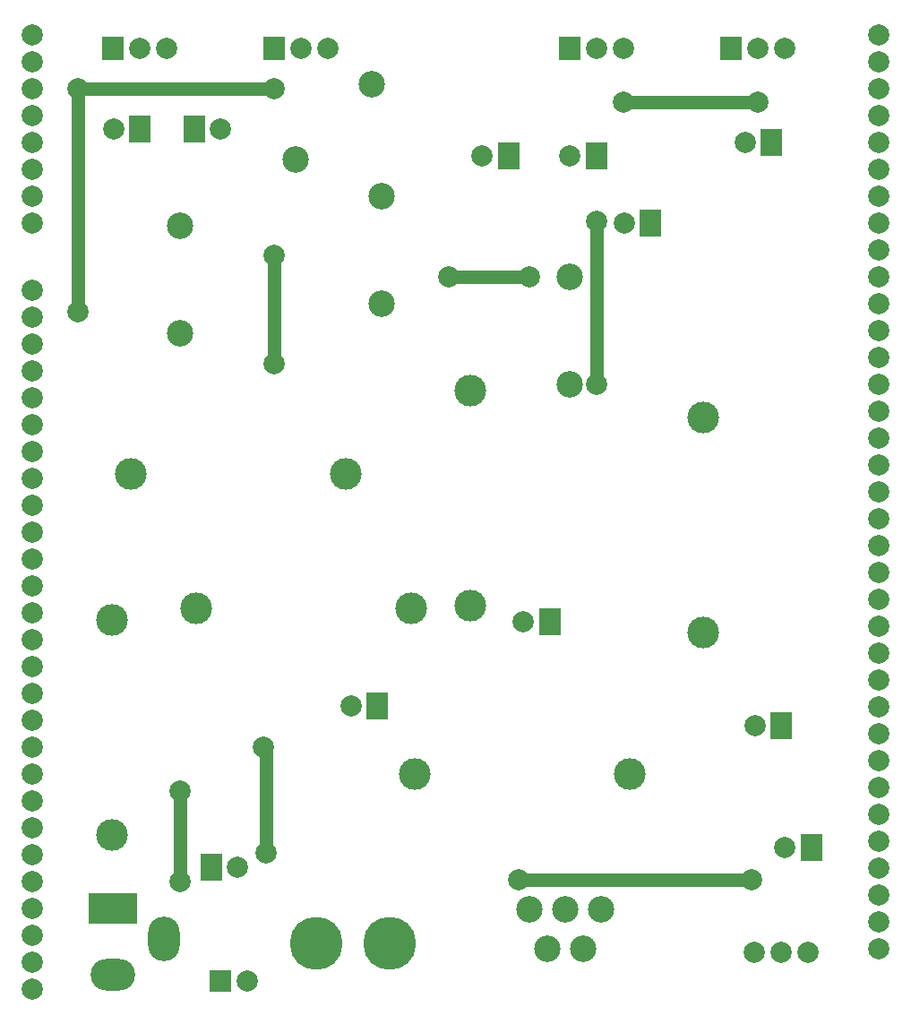
<source format=gbr>
%TF.GenerationSoftware,KiCad,Pcbnew,7.0.5-4d25ed1034~172~ubuntu22.04.1*%
%TF.CreationDate,2023-06-22T18:41:57-03:00*%
%TF.ProjectId,Fonte_tensao_LM675_v03,466f6e74-655f-4746-956e-73616f5f4c4d,v03*%
%TF.SameCoordinates,Original*%
%TF.FileFunction,Copper,L1,Top*%
%TF.FilePolarity,Positive*%
%FSLAX46Y46*%
G04 Gerber Fmt 4.6, Leading zero omitted, Abs format (unit mm)*
G04 Created by KiCad (PCBNEW 7.0.5-4d25ed1034~172~ubuntu22.04.1) date 2023-06-22 18:41:57*
%MOMM*%
%LPD*%
G01*
G04 APERTURE LIST*
%TA.AperFunction,ComponentPad*%
%ADD10R,4.600000X3.000000*%
%TD*%
%TA.AperFunction,ComponentPad*%
%ADD11O,4.200000X3.000000*%
%TD*%
%TA.AperFunction,ComponentPad*%
%ADD12O,3.000000X4.200000*%
%TD*%
%TA.AperFunction,ComponentPad*%
%ADD13C,2.500000*%
%TD*%
%TA.AperFunction,ComponentPad*%
%ADD14C,2.000000*%
%TD*%
%TA.AperFunction,ComponentPad*%
%ADD15R,2.000000X2.500000*%
%TD*%
%TA.AperFunction,ComponentPad*%
%ADD16C,3.000000*%
%TD*%
%TA.AperFunction,ComponentPad*%
%ADD17R,2.000000X2.300000*%
%TD*%
%TA.AperFunction,ComponentPad*%
%ADD18R,2.000000X2.100000*%
%TD*%
%TA.AperFunction,ViaPad*%
%ADD19C,5.000000*%
%TD*%
%TA.AperFunction,ViaPad*%
%ADD20C,2.000000*%
%TD*%
%TA.AperFunction,Conductor*%
%ADD21C,1.270000*%
%TD*%
G04 APERTURE END LIST*
D10*
%TO.P,J1,1*%
%TO.N,Net-(J1-Pad1)*%
X114300000Y-139700000D03*
D11*
%TO.P,J1,2*%
%TO.N,GND*%
X114300000Y-146000000D03*
D12*
%TO.P,J1,3*%
%TO.N,N/C*%
X119100000Y-142600000D03*
%TD*%
D13*
%TO.P,U3,1,+*%
%TO.N,Net-(U3-+)*%
X160450000Y-139800000D03*
%TO.P,U3,2,-*%
%TO.N,Net-(U3--)*%
X158750000Y-143500000D03*
%TO.P,U3,3,V-*%
%TO.N,Net-(U3-V-)*%
X157050000Y-139800000D03*
%TO.P,U3,4*%
%TO.N,Earth*%
X155350000Y-143500000D03*
%TO.P,U3,5,V+*%
%TO.N,VCC*%
X153650000Y-139800000D03*
%TD*%
D14*
%TO.P,C2,1*%
%TO.N,Earth*%
X157480000Y-68580000D03*
D15*
%TO.P,C2,2*%
%TO.N,GND*%
X159980000Y-68580000D03*
%TD*%
D14*
%TO.P,C6,1*%
%TO.N,Net-(U3-V-)*%
X136800000Y-120600000D03*
D15*
%TO.P,C6,2*%
%TO.N,GND*%
X139300000Y-120600000D03*
%TD*%
D16*
%TO.P,R1,1*%
%TO.N,VCC*%
X114200000Y-112440000D03*
%TO.P,R1,2*%
%TO.N,Net-(D5-A)*%
X114200000Y-132760000D03*
%TD*%
D13*
%TO.P,D2,1,K*%
%TO.N,Earth*%
X157480000Y-90170000D03*
%TO.P,D2,2,A*%
%TO.N,-9V*%
X157480000Y-80010000D03*
%TD*%
D17*
%TO.P,U1,1,IN*%
%TO.N,VCC*%
X114300000Y-58420000D03*
D14*
%TO.P,U1,2,GND*%
%TO.N,Earth*%
X116840000Y-58420000D03*
%TO.P,U1,3,OUT*%
%TO.N,+9V*%
X119380000Y-58420000D03*
%TD*%
D13*
%TO.P,D4,1,K*%
%TO.N,Earth*%
X120650000Y-85344000D03*
%TO.P,D4,2,A*%
%TO.N,-5V*%
X120650000Y-75184000D03*
%TD*%
D14*
%TO.P,C10,1*%
%TO.N,VCC*%
X177800000Y-133985000D03*
D15*
%TO.P,C10,2*%
%TO.N,Earth*%
X180300000Y-133985000D03*
%TD*%
D14*
%TO.P,J3,1,Pin_1*%
%TO.N,SINC*%
X186690000Y-57150000D03*
%TO.P,J3,2,Pin_2*%
%TO.N,SPI_COPI*%
X186690000Y-59690000D03*
%TO.P,J3,3,Pin_3*%
%TO.N,SPI_CIPO*%
X186690000Y-62230000D03*
%TO.P,J3,4,Pin_4*%
%TO.N,SPI_clk*%
X186690000Y-64770000D03*
%TO.P,J3,5,Pin_5*%
%TO.N,CS (AD9833)*%
X186690000Y-67310000D03*
%TO.P,J3,6,Pin_6*%
%TO.N,CS (X9c10x)*%
X186690000Y-69850000D03*
%TO.P,J3,7,Pin_7*%
%TO.N,unconnected-(J3-Pin_7-Pad7)*%
X186690000Y-72390000D03*
%TO.P,J3,8,Pin_8*%
%TO.N,unconnected-(J3-Pin_8-Pad8)*%
X186690000Y-74930000D03*
%TO.P,J3,9,Pin_9*%
%TO.N,unconnected-(J3-Pin_9-Pad9)*%
X186690000Y-77470000D03*
%TO.P,J3,10,Pin_10*%
%TO.N,unconnected-(J3-Pin_10-Pad10)*%
X186690000Y-80010000D03*
%TO.P,J3,11,Pin_11*%
%TO.N,unconnected-(J3-Pin_11-Pad11)*%
X186690000Y-82550000D03*
%TO.P,J3,12,Pin_12*%
%TO.N,unconnected-(J3-Pin_12-Pad12)*%
X186690000Y-85090000D03*
%TO.P,J3,13,Pin_13*%
%TO.N,unconnected-(J3-Pin_13-Pad13)*%
X186690000Y-87630000D03*
%TO.P,J3,14,Pin_14*%
%TO.N,unconnected-(J3-Pin_14-Pad14)*%
X186690000Y-90170000D03*
%TO.P,J3,15,Pin_15*%
%TO.N,unconnected-(J3-Pin_15-Pad15)*%
X186690000Y-92710000D03*
%TO.P,J3,16,Pin_16*%
%TO.N,unconnected-(J3-Pin_16-Pad16)*%
X186690000Y-95250000D03*
%TO.P,J3,17,Pin_17*%
%TO.N,unconnected-(J3-Pin_17-Pad17)*%
X186690000Y-97790000D03*
%TO.P,J3,18,Pin_18*%
%TO.N,unconnected-(J3-Pin_18-Pad18)*%
X186690000Y-100330000D03*
%TO.P,J3,19,Pin_19*%
%TO.N,unconnected-(J3-Pin_19-Pad19)*%
X186690000Y-102870000D03*
%TO.P,J3,20,Pin_20*%
%TO.N,unconnected-(J3-Pin_20-Pad20)*%
X186690000Y-105410000D03*
%TO.P,J3,21,Pin_21*%
%TO.N,unconnected-(J3-Pin_21-Pad21)*%
X186690000Y-107950000D03*
%TO.P,J3,22,Pin_22*%
%TO.N,unconnected-(J3-Pin_22-Pad22)*%
X186690000Y-110490000D03*
%TO.P,J3,23,Pin_23*%
%TO.N,unconnected-(J3-Pin_23-Pad23)*%
X186690000Y-113030000D03*
%TO.P,J3,24,Pin_24*%
%TO.N,unconnected-(J3-Pin_24-Pad24)*%
X186690000Y-115570000D03*
%TO.P,J3,25,Pin_25*%
%TO.N,unconnected-(J3-Pin_25-Pad25)*%
X186690000Y-118110000D03*
%TO.P,J3,26,Pin_26*%
%TO.N,unconnected-(J3-Pin_26-Pad26)*%
X186690000Y-120650000D03*
%TO.P,J3,27,Pin_27*%
%TO.N,unconnected-(J3-Pin_27-Pad27)*%
X186690000Y-123190000D03*
%TO.P,J3,28,Pin_28*%
%TO.N,unconnected-(J3-Pin_28-Pad28)*%
X186690000Y-125730000D03*
%TO.P,J3,29,Pin_29*%
%TO.N,unconnected-(J3-Pin_29-Pad29)*%
X186690000Y-128270000D03*
%TO.P,J3,30,Pin_30*%
%TO.N,SCL3*%
X186690000Y-130810000D03*
%TO.P,J3,31,Pin_31*%
%TO.N,SDA3*%
X186690000Y-133350000D03*
%TO.P,J3,32,Pin_32*%
%TO.N,SCL2*%
X186690000Y-135890000D03*
%TO.P,J3,33,Pin_33*%
%TO.N,SDA2*%
X186690000Y-138430000D03*
%TO.P,J3,34,Pin_34*%
%TO.N,SCL1*%
X186690000Y-140970000D03*
%TO.P,J3,35,Pin_35*%
%TO.N,SDA1*%
X186690000Y-143510000D03*
%TD*%
D16*
%TO.P,R4,1*%
%TO.N,Net-(U3-+)*%
X142840000Y-127000000D03*
%TO.P,R4,2*%
%TO.N,Net-(U3--)*%
X163160000Y-127000000D03*
%TD*%
D14*
%TO.P,U6,1,GND*%
%TO.N,Earth*%
X180031112Y-143855000D03*
%TO.P,U6,2,VO*%
%TO.N,+3.3V*%
X177491112Y-143855000D03*
%TO.P,U6,3,VI*%
%TO.N,VCC*%
X174951112Y-143855000D03*
%TD*%
%TO.P,C9,1*%
%TO.N,Earth*%
X174030000Y-67310000D03*
D15*
%TO.P,C9,2*%
%TO.N,-5V*%
X176530000Y-67310000D03*
%TD*%
D16*
%TO.P,R5,1*%
%TO.N,Net-(U3--)*%
X170053000Y-113665000D03*
%TO.P,R5,2*%
%TO.N,Earth*%
X170053000Y-93345000D03*
%TD*%
D17*
%TO.P,U2,1,GND*%
%TO.N,Earth*%
X157480000Y-58420000D03*
D14*
%TO.P,U2,2,VI*%
%TO.N,GND*%
X160020000Y-58420000D03*
%TO.P,U2,3,VO*%
%TO.N,-9V*%
X162560000Y-58420000D03*
%TD*%
%TO.P,C8,1*%
%TO.N,+5V*%
X149194888Y-68580000D03*
D15*
%TO.P,C8,2*%
%TO.N,Earth*%
X151694888Y-68580000D03*
%TD*%
D14*
%TO.P,J4,1,Pin_1*%
%TO.N,Earth*%
X106680000Y-57150000D03*
%TO.P,J4,2,Pin_2*%
%TO.N,VCC*%
X106680000Y-59690000D03*
%TO.P,J4,3,Pin_3*%
%TO.N,GND*%
X106680000Y-62230000D03*
%TO.P,J4,4,Pin_4*%
%TO.N,+9V*%
X106680000Y-64770000D03*
%TO.P,J4,5,Pin_5*%
%TO.N,-9V*%
X106680000Y-67310000D03*
%TO.P,J4,6,Pin_6*%
%TO.N,+5V*%
X106680000Y-69850000D03*
%TO.P,J4,7,Pin_7*%
%TO.N,-5V*%
X106680000Y-72390000D03*
%TO.P,J4,8,Pin_8*%
%TO.N,+3.3V*%
X106680000Y-74930000D03*
%TD*%
%TO.P,J2,1,Pin_1*%
%TO.N,unconnected-(J2-Pin_1-Pad1)*%
X106680000Y-81280000D03*
%TO.P,J2,2,Pin_2*%
%TO.N,unconnected-(J2-Pin_2-Pad2)*%
X106680000Y-83820000D03*
%TO.P,J2,3,Pin_3*%
%TO.N,unconnected-(J2-Pin_3-Pad3)*%
X106680000Y-86360000D03*
%TO.P,J2,4,Pin_4*%
%TO.N,unconnected-(J2-Pin_4-Pad4)*%
X106680000Y-88900000D03*
%TO.P,J2,5,Pin_5*%
%TO.N,unconnected-(J2-Pin_5-Pad5)*%
X106680000Y-91440000D03*
%TO.P,J2,6,Pin_6*%
%TO.N,unconnected-(J2-Pin_6-Pad6)*%
X106680000Y-93980000D03*
%TO.P,J2,7,Pin_7*%
%TO.N,unconnected-(J2-Pin_7-Pad7)*%
X106680000Y-96520000D03*
%TO.P,J2,8,Pin_8*%
%TO.N,unconnected-(J2-Pin_8-Pad8)*%
X106680000Y-99060000D03*
%TO.P,J2,9,Pin_9*%
%TO.N,unconnected-(J2-Pin_9-Pad9)*%
X106680000Y-101600000D03*
%TO.P,J2,10,Pin_10*%
%TO.N,unconnected-(J2-Pin_10-Pad10)*%
X106680000Y-104140000D03*
%TO.P,J2,11,Pin_11*%
%TO.N,unconnected-(J2-Pin_11-Pad11)*%
X106680000Y-106680000D03*
%TO.P,J2,12,Pin_12*%
%TO.N,unconnected-(J2-Pin_12-Pad12)*%
X106680000Y-109220000D03*
%TO.P,J2,13,Pin_13*%
%TO.N,unconnected-(J2-Pin_13-Pad13)*%
X106680000Y-111760000D03*
%TO.P,J2,14,Pin_14*%
%TO.N,unconnected-(J2-Pin_14-Pad14)*%
X106680000Y-114300000D03*
%TO.P,J2,15,Pin_15*%
%TO.N,unconnected-(J2-Pin_15-Pad15)*%
X106680000Y-116840000D03*
%TO.P,J2,16,Pin_16*%
%TO.N,unconnected-(J2-Pin_16-Pad16)*%
X106680000Y-119380000D03*
%TO.P,J2,17,Pin_17*%
%TO.N,unconnected-(J2-Pin_17-Pad17)*%
X106680000Y-121920000D03*
%TO.P,J2,18,Pin_18*%
%TO.N,unconnected-(J2-Pin_18-Pad18)*%
X106680000Y-124460000D03*
%TO.P,J2,19,Pin_19*%
%TO.N,unconnected-(J2-Pin_19-Pad19)*%
X106680000Y-127000000D03*
%TO.P,J2,20,Pin_20*%
%TO.N,I1*%
X106680000Y-129540000D03*
%TO.P,J2,21,Pin_21*%
%TO.N,I2*%
X106680000Y-132080000D03*
%TO.P,J2,22,Pin_22*%
%TO.N,Ampl1*%
X106680000Y-134620000D03*
%TO.P,J2,23,Pin_23*%
%TO.N,Ampl2*%
X106680000Y-137160000D03*
%TO.P,J2,24,Pin_24*%
%TO.N,Sin1*%
X106680000Y-139700000D03*
%TO.P,J2,25,Pin_25*%
%TO.N,Sin2*%
X106680000Y-142240000D03*
%TO.P,J2,26,Pin_26*%
%TO.N,SinA*%
X106680000Y-144780000D03*
%TO.P,J2,27,Pin_27*%
%TO.N,SinB*%
X106680000Y-147320000D03*
%TD*%
D16*
%TO.P,R2,1*%
%TO.N,VCC*%
X122174000Y-111379000D03*
%TO.P,R2,2*%
%TO.N,Net-(U3-+)*%
X142494000Y-111379000D03*
%TD*%
D17*
%TO.P,U4,1,IN*%
%TO.N,VCC*%
X129540000Y-58420000D03*
D14*
%TO.P,U4,2,GND*%
%TO.N,Earth*%
X132080000Y-58420000D03*
%TO.P,U4,3,OUT*%
%TO.N,+5V*%
X134620000Y-58420000D03*
%TD*%
%TO.P,C5,1*%
%TO.N,Earth*%
X162600000Y-74930000D03*
D15*
%TO.P,C5,2*%
%TO.N,-9V*%
X165100000Y-74930000D03*
%TD*%
D17*
%TO.P,U5,1,GND*%
%TO.N,Earth*%
X172720000Y-58420000D03*
D14*
%TO.P,U5,2,VI*%
%TO.N,GND*%
X175260000Y-58420000D03*
%TO.P,U5,3,VO*%
%TO.N,-5V*%
X177800000Y-58420000D03*
%TD*%
%TO.P,C7,1*%
%TO.N,Net-(C7-Pad1)*%
X153100000Y-112600000D03*
D15*
%TO.P,C7,2*%
%TO.N,GND*%
X155600000Y-112600000D03*
%TD*%
D14*
%TO.P,C1,1*%
%TO.N,VCC*%
X114340000Y-66040000D03*
D15*
%TO.P,C1,2*%
%TO.N,Earth*%
X116840000Y-66040000D03*
%TD*%
D16*
%TO.P,R3,1*%
%TO.N,Net-(U3-+)*%
X148082000Y-111125000D03*
%TO.P,R3,2*%
%TO.N,GND*%
X148082000Y-90805000D03*
%TD*%
D13*
%TO.P,D3,1,K*%
%TO.N,+5V*%
X139700000Y-72390000D03*
%TO.P,D3,2,A*%
%TO.N,Earth*%
X139700000Y-82550000D03*
%TD*%
D14*
%TO.P,C11,1*%
%TO.N,+3.3V*%
X174991112Y-122400000D03*
D15*
%TO.P,C11,2*%
%TO.N,Earth*%
X177491112Y-122400000D03*
%TD*%
D14*
%TO.P,C3,1*%
%TO.N,VCC*%
X126100000Y-135800000D03*
D15*
%TO.P,C3,2*%
%TO.N,GND*%
X123600000Y-135800000D03*
%TD*%
D16*
%TO.P,R6,1*%
%TO.N,Earth*%
X116000000Y-98600000D03*
%TO.P,R6,2*%
%TO.N,Net-(C7-Pad1)*%
X136320000Y-98600000D03*
%TD*%
D14*
%TO.P,C4,1*%
%TO.N,+9V*%
X124460000Y-66040000D03*
D15*
%TO.P,C4,2*%
%TO.N,Earth*%
X121960000Y-66040000D03*
%TD*%
D13*
%TO.P,D1,1,K*%
%TO.N,+9V*%
X131572000Y-68961000D03*
%TO.P,D1,2,A*%
%TO.N,Earth*%
X138756205Y-61776795D03*
%TD*%
D18*
%TO.P,D5,1,K*%
%TO.N,GND*%
X124460000Y-146600000D03*
D14*
%TO.P,D5,2,A*%
%TO.N,Net-(D5-A)*%
X127000000Y-146600000D03*
%TD*%
D19*
%TO.N,VCC*%
X140500000Y-143000000D03*
%TO.N,Net-(J1-Pad1)*%
X133500000Y-143000000D03*
D20*
%TO.N,VCC*%
X110998000Y-62230000D03*
X174687112Y-137033000D03*
X129540000Y-62230000D03*
X152654000Y-137033000D03*
X110998000Y-83312000D03*
X128524000Y-124460000D03*
X128778000Y-134493000D03*
%TO.N,GND*%
X175260000Y-63500000D03*
X162560000Y-63500000D03*
X120650000Y-128651000D03*
X120650000Y-137160000D03*
%TO.N,Earth*%
X160020000Y-74803000D03*
X160020000Y-90170000D03*
%TO.N,-9V*%
X153670000Y-80010000D03*
X146050000Y-80010000D03*
%TO.N,+3.3V*%
X129540000Y-77978000D03*
X129540000Y-88265000D03*
%TD*%
D21*
%TO.N,VCC*%
X152654000Y-137033000D02*
X174687112Y-137033000D01*
X128524000Y-124460000D02*
X128778000Y-124714000D01*
X110998000Y-62230000D02*
X110998000Y-83312000D01*
X128778000Y-124714000D02*
X128778000Y-134493000D01*
X110998000Y-62230000D02*
X129540000Y-62230000D01*
%TO.N,GND*%
X120650000Y-128651000D02*
X120650000Y-137160000D01*
X175260000Y-63500000D02*
X162560000Y-63500000D01*
%TO.N,Earth*%
X160020000Y-74803000D02*
X160020000Y-90170000D01*
%TO.N,-9V*%
X153670000Y-80010000D02*
X146050000Y-80010000D01*
%TO.N,+3.3V*%
X129540000Y-77978000D02*
X129540000Y-88265000D01*
%TD*%
M02*

</source>
